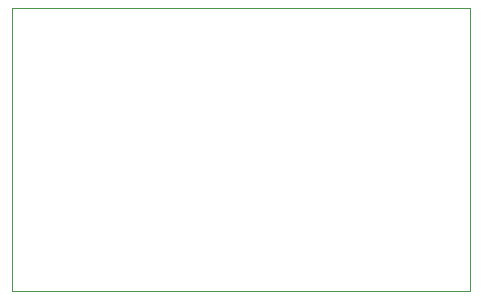
<source format=gbr>
%TF.GenerationSoftware,KiCad,Pcbnew,(6.0.1-0)*%
%TF.CreationDate,2022-05-02T12:36:29+02:00*%
%TF.ProjectId,SAMD_QTPY_MIDI,53414d44-5f51-4545-9059-5f4d4944492e,1*%
%TF.SameCoordinates,Original*%
%TF.FileFunction,Profile,NP*%
%FSLAX46Y46*%
G04 Gerber Fmt 4.6, Leading zero omitted, Abs format (unit mm)*
G04 Created by KiCad (PCBNEW (6.0.1-0)) date 2022-05-02 12:36:29*
%MOMM*%
%LPD*%
G01*
G04 APERTURE LIST*
%TA.AperFunction,Profile*%
%ADD10C,0.100000*%
%TD*%
G04 APERTURE END LIST*
D10*
X119000000Y-39250000D02*
X119000000Y-15250000D01*
X157750000Y-39250000D02*
X119000000Y-39250000D01*
X157750000Y-15250000D02*
X157750000Y-39250000D01*
X119000000Y-15250000D02*
X157750000Y-15250000D01*
M02*

</source>
